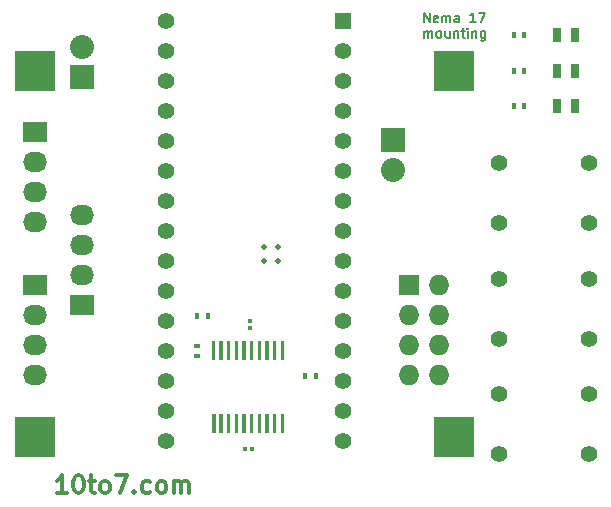
<source format=gts>
%FSLAX34Y34*%
G04 Gerber Fmt 3.4, Leading zero omitted, Abs format*
G04 (created by PCBNEW (2014-03-19 BZR 4756)-product) date Fri 30 May 2014 14:37:37 BST*
%MOIN*%
G01*
G70*
G90*
G04 APERTURE LIST*
%ADD10C,0.005906*%
%ADD11C,0.007874*%
%ADD12C,0.011811*%
%ADD13C,0.019685*%
%ADD14R,0.015700X0.011800*%
%ADD15R,0.011800X0.015700*%
%ADD16R,0.068000X0.068000*%
%ADD17O,0.068000X0.068000*%
%ADD18R,0.080000X0.068000*%
%ADD19O,0.080000X0.068000*%
%ADD20R,0.015700X0.023600*%
%ADD21R,0.023600X0.015700*%
%ADD22C,0.055000*%
%ADD23R,0.055000X0.055000*%
%ADD24R,0.025000X0.045000*%
%ADD25R,0.080000X0.080000*%
%ADD26O,0.080000X0.080000*%
%ADD27R,0.133900X0.133900*%
G04 APERTURE END LIST*
G54D10*
G54D11*
X48815Y-30079D02*
X48815Y-29764D01*
X48995Y-30079D01*
X48995Y-29764D01*
X49265Y-30064D02*
X49235Y-30079D01*
X49175Y-30079D01*
X49145Y-30064D01*
X49130Y-30034D01*
X49130Y-29914D01*
X49145Y-29884D01*
X49175Y-29869D01*
X49235Y-29869D01*
X49265Y-29884D01*
X49280Y-29914D01*
X49280Y-29944D01*
X49130Y-29974D01*
X49415Y-30079D02*
X49415Y-29869D01*
X49415Y-29899D02*
X49430Y-29884D01*
X49460Y-29869D01*
X49505Y-29869D01*
X49535Y-29884D01*
X49550Y-29914D01*
X49550Y-30079D01*
X49550Y-29914D02*
X49565Y-29884D01*
X49595Y-29869D01*
X49640Y-29869D01*
X49670Y-29884D01*
X49685Y-29914D01*
X49685Y-30079D01*
X49970Y-30079D02*
X49970Y-29914D01*
X49955Y-29884D01*
X49925Y-29869D01*
X49865Y-29869D01*
X49835Y-29884D01*
X49970Y-30064D02*
X49940Y-30079D01*
X49865Y-30079D01*
X49835Y-30064D01*
X49820Y-30034D01*
X49820Y-30004D01*
X49835Y-29974D01*
X49865Y-29959D01*
X49940Y-29959D01*
X49970Y-29944D01*
X50524Y-30079D02*
X50344Y-30079D01*
X50434Y-30079D02*
X50434Y-29764D01*
X50404Y-29809D01*
X50374Y-29839D01*
X50344Y-29854D01*
X50629Y-29764D02*
X50839Y-29764D01*
X50704Y-30079D01*
X48815Y-30599D02*
X48815Y-30389D01*
X48815Y-30419D02*
X48830Y-30404D01*
X48860Y-30389D01*
X48905Y-30389D01*
X48935Y-30404D01*
X48950Y-30434D01*
X48950Y-30599D01*
X48950Y-30434D02*
X48965Y-30404D01*
X48995Y-30389D01*
X49040Y-30389D01*
X49070Y-30404D01*
X49085Y-30434D01*
X49085Y-30599D01*
X49280Y-30599D02*
X49250Y-30584D01*
X49235Y-30569D01*
X49220Y-30539D01*
X49220Y-30449D01*
X49235Y-30419D01*
X49250Y-30404D01*
X49280Y-30389D01*
X49325Y-30389D01*
X49355Y-30404D01*
X49370Y-30419D01*
X49385Y-30449D01*
X49385Y-30539D01*
X49370Y-30569D01*
X49355Y-30584D01*
X49325Y-30599D01*
X49280Y-30599D01*
X49655Y-30389D02*
X49655Y-30599D01*
X49520Y-30389D02*
X49520Y-30554D01*
X49535Y-30584D01*
X49565Y-30599D01*
X49610Y-30599D01*
X49640Y-30584D01*
X49655Y-30569D01*
X49805Y-30389D02*
X49805Y-30599D01*
X49805Y-30419D02*
X49820Y-30404D01*
X49850Y-30389D01*
X49895Y-30389D01*
X49925Y-30404D01*
X49940Y-30434D01*
X49940Y-30599D01*
X50044Y-30389D02*
X50164Y-30389D01*
X50089Y-30284D02*
X50089Y-30554D01*
X50104Y-30584D01*
X50134Y-30599D01*
X50164Y-30599D01*
X50269Y-30599D02*
X50269Y-30389D01*
X50269Y-30284D02*
X50254Y-30299D01*
X50269Y-30314D01*
X50284Y-30299D01*
X50269Y-30284D01*
X50269Y-30314D01*
X50419Y-30389D02*
X50419Y-30599D01*
X50419Y-30419D02*
X50434Y-30404D01*
X50464Y-30389D01*
X50509Y-30389D01*
X50539Y-30404D01*
X50554Y-30434D01*
X50554Y-30599D01*
X50839Y-30389D02*
X50839Y-30644D01*
X50824Y-30674D01*
X50809Y-30689D01*
X50779Y-30704D01*
X50734Y-30704D01*
X50704Y-30689D01*
X50839Y-30584D02*
X50809Y-30599D01*
X50749Y-30599D01*
X50719Y-30584D01*
X50704Y-30569D01*
X50689Y-30539D01*
X50689Y-30449D01*
X50704Y-30419D01*
X50719Y-30404D01*
X50749Y-30389D01*
X50809Y-30389D01*
X50839Y-30404D01*
G54D12*
X36895Y-45778D02*
X36557Y-45778D01*
X36726Y-45778D02*
X36726Y-45188D01*
X36670Y-45272D01*
X36614Y-45329D01*
X36557Y-45357D01*
X37260Y-45188D02*
X37317Y-45188D01*
X37373Y-45216D01*
X37401Y-45244D01*
X37429Y-45300D01*
X37457Y-45413D01*
X37457Y-45553D01*
X37429Y-45666D01*
X37401Y-45722D01*
X37373Y-45750D01*
X37317Y-45778D01*
X37260Y-45778D01*
X37204Y-45750D01*
X37176Y-45722D01*
X37148Y-45666D01*
X37120Y-45553D01*
X37120Y-45413D01*
X37148Y-45300D01*
X37176Y-45244D01*
X37204Y-45216D01*
X37260Y-45188D01*
X37626Y-45385D02*
X37851Y-45385D01*
X37710Y-45188D02*
X37710Y-45694D01*
X37739Y-45750D01*
X37795Y-45778D01*
X37851Y-45778D01*
X38132Y-45778D02*
X38076Y-45750D01*
X38048Y-45722D01*
X38020Y-45666D01*
X38020Y-45497D01*
X38048Y-45441D01*
X38076Y-45413D01*
X38132Y-45385D01*
X38217Y-45385D01*
X38273Y-45413D01*
X38301Y-45441D01*
X38329Y-45497D01*
X38329Y-45666D01*
X38301Y-45722D01*
X38273Y-45750D01*
X38217Y-45778D01*
X38132Y-45778D01*
X38526Y-45188D02*
X38920Y-45188D01*
X38667Y-45778D01*
X39145Y-45722D02*
X39173Y-45750D01*
X39145Y-45778D01*
X39116Y-45750D01*
X39145Y-45722D01*
X39145Y-45778D01*
X39679Y-45750D02*
X39623Y-45778D01*
X39510Y-45778D01*
X39454Y-45750D01*
X39426Y-45722D01*
X39398Y-45666D01*
X39398Y-45497D01*
X39426Y-45441D01*
X39454Y-45413D01*
X39510Y-45385D01*
X39623Y-45385D01*
X39679Y-45413D01*
X40016Y-45778D02*
X39960Y-45750D01*
X39932Y-45722D01*
X39904Y-45666D01*
X39904Y-45497D01*
X39932Y-45441D01*
X39960Y-45413D01*
X40016Y-45385D01*
X40101Y-45385D01*
X40157Y-45413D01*
X40185Y-45441D01*
X40213Y-45497D01*
X40213Y-45666D01*
X40185Y-45722D01*
X40157Y-45750D01*
X40101Y-45778D01*
X40016Y-45778D01*
X40466Y-45778D02*
X40466Y-45385D01*
X40466Y-45441D02*
X40494Y-45413D01*
X40551Y-45385D01*
X40635Y-45385D01*
X40691Y-45413D01*
X40719Y-45469D01*
X40719Y-45778D01*
X40719Y-45469D02*
X40748Y-45413D01*
X40804Y-45385D01*
X40888Y-45385D01*
X40944Y-45413D01*
X40973Y-45469D01*
X40973Y-45778D01*
G54D10*
G36*
X41751Y-43149D02*
X41870Y-43149D01*
X41870Y-43779D01*
X41751Y-43779D01*
X41751Y-43149D01*
X41751Y-43149D01*
G37*
G36*
X41978Y-43149D02*
X42096Y-43149D01*
X42096Y-43779D01*
X41978Y-43779D01*
X41978Y-43149D01*
X41978Y-43149D01*
G37*
G36*
X42234Y-43149D02*
X42352Y-43149D01*
X42352Y-43779D01*
X42234Y-43779D01*
X42234Y-43149D01*
X42234Y-43149D01*
G37*
G36*
X42490Y-43149D02*
X42608Y-43149D01*
X42608Y-43779D01*
X42490Y-43779D01*
X42490Y-43149D01*
X42490Y-43149D01*
G37*
G36*
X42746Y-43149D02*
X42864Y-43149D01*
X42864Y-43779D01*
X42746Y-43779D01*
X42746Y-43149D01*
X42746Y-43149D01*
G37*
G36*
X43001Y-43149D02*
X43120Y-43149D01*
X43120Y-43779D01*
X43001Y-43779D01*
X43001Y-43149D01*
X43001Y-43149D01*
G37*
G36*
X44025Y-40709D02*
X44143Y-40709D01*
X44143Y-41339D01*
X44025Y-41339D01*
X44025Y-40709D01*
X44025Y-40709D01*
G37*
G36*
X43769Y-40709D02*
X43887Y-40709D01*
X43887Y-41339D01*
X43769Y-41339D01*
X43769Y-40709D01*
X43769Y-40709D01*
G37*
G36*
X43513Y-40709D02*
X43631Y-40709D01*
X43631Y-41339D01*
X43513Y-41339D01*
X43513Y-40709D01*
X43513Y-40709D01*
G37*
G36*
X43257Y-40709D02*
X43375Y-40709D01*
X43375Y-41339D01*
X43257Y-41339D01*
X43257Y-40709D01*
X43257Y-40709D01*
G37*
G36*
X43257Y-43149D02*
X43375Y-43149D01*
X43375Y-43779D01*
X43257Y-43779D01*
X43257Y-43149D01*
X43257Y-43149D01*
G37*
G36*
X43513Y-43149D02*
X43631Y-43149D01*
X43631Y-43779D01*
X43513Y-43779D01*
X43513Y-43149D01*
X43513Y-43149D01*
G37*
G36*
X43769Y-43149D02*
X43887Y-43149D01*
X43887Y-43779D01*
X43769Y-43779D01*
X43769Y-43149D01*
X43769Y-43149D01*
G37*
G36*
X44025Y-43149D02*
X44143Y-43149D01*
X44143Y-43779D01*
X44025Y-43779D01*
X44025Y-43149D01*
X44025Y-43149D01*
G37*
G36*
X43001Y-40709D02*
X43120Y-40709D01*
X43120Y-41339D01*
X43001Y-41339D01*
X43001Y-40709D01*
X43001Y-40709D01*
G37*
G36*
X42746Y-40709D02*
X42864Y-40709D01*
X42864Y-41339D01*
X42746Y-41339D01*
X42746Y-40709D01*
X42746Y-40709D01*
G37*
G36*
X42490Y-40709D02*
X42608Y-40709D01*
X42608Y-41339D01*
X42490Y-41339D01*
X42490Y-40709D01*
X42490Y-40709D01*
G37*
G36*
X42234Y-40709D02*
X42352Y-40709D01*
X42352Y-41339D01*
X42234Y-41339D01*
X42234Y-40709D01*
X42234Y-40709D01*
G37*
G36*
X41978Y-40709D02*
X42096Y-40709D01*
X42096Y-41339D01*
X41978Y-41339D01*
X41978Y-40709D01*
X41978Y-40709D01*
G37*
G36*
X41722Y-40709D02*
X41840Y-40709D01*
X41840Y-41339D01*
X41722Y-41339D01*
X41722Y-40709D01*
X41722Y-40709D01*
G37*
G54D13*
X43937Y-37559D03*
X43464Y-37559D03*
X43464Y-38031D03*
X43937Y-38031D03*
G54D14*
X43011Y-40275D03*
X43011Y-40039D03*
G54D15*
X42834Y-44311D03*
X43070Y-44311D03*
G54D16*
X48318Y-38854D03*
G54D17*
X49318Y-38854D03*
X48318Y-39854D03*
X49318Y-39854D03*
X48318Y-40854D03*
X49318Y-40854D03*
X48318Y-41854D03*
X49318Y-41854D03*
G54D18*
X37401Y-39492D03*
G54D19*
X37401Y-38492D03*
X37401Y-37492D03*
X37401Y-36492D03*
G54D18*
X35826Y-33736D03*
G54D19*
X35826Y-34736D03*
X35826Y-35736D03*
X35826Y-36736D03*
G54D18*
X35826Y-38854D03*
G54D19*
X35826Y-39854D03*
X35826Y-40854D03*
X35826Y-41854D03*
G54D20*
X52145Y-30511D03*
X51791Y-30511D03*
X52145Y-32874D03*
X51791Y-32874D03*
X52145Y-31692D03*
X51791Y-31692D03*
X41240Y-39881D03*
X41594Y-39881D03*
G54D21*
X41240Y-40866D03*
X41240Y-41220D03*
G54D20*
X45196Y-41889D03*
X44842Y-41889D03*
G54D22*
X54295Y-42484D03*
X54295Y-44484D03*
X51295Y-42484D03*
X51295Y-44484D03*
X54295Y-38625D03*
X54295Y-40625D03*
X51295Y-38625D03*
X51295Y-40625D03*
X54295Y-34767D03*
X54295Y-36767D03*
X51295Y-34767D03*
X51295Y-36767D03*
X46102Y-44035D03*
X40196Y-43035D03*
X40196Y-42035D03*
X40196Y-41035D03*
X40196Y-40035D03*
X40196Y-39035D03*
X40196Y-38035D03*
X40196Y-37035D03*
X40196Y-36035D03*
X40196Y-35035D03*
X40196Y-34035D03*
X40196Y-33035D03*
X40196Y-32035D03*
X40196Y-31035D03*
X40196Y-30035D03*
G54D23*
X46102Y-30035D03*
G54D22*
X46102Y-31035D03*
X46102Y-32035D03*
X46102Y-33035D03*
X46102Y-34035D03*
X46102Y-35035D03*
X46102Y-36035D03*
X46102Y-37035D03*
X46102Y-38035D03*
X46102Y-39035D03*
X46102Y-40035D03*
X46102Y-41035D03*
X46102Y-42035D03*
X46102Y-43035D03*
X40196Y-44035D03*
G54D24*
X53243Y-30511D03*
X53843Y-30511D03*
X53243Y-31692D03*
X53843Y-31692D03*
X53243Y-32874D03*
X53843Y-32874D03*
G54D25*
X47755Y-34007D03*
G54D26*
X47755Y-35007D03*
G54D27*
X35826Y-31692D03*
X49803Y-31692D03*
X49803Y-43897D03*
X35826Y-43897D03*
G54D25*
X37401Y-31917D03*
G54D26*
X37401Y-30917D03*
M02*

</source>
